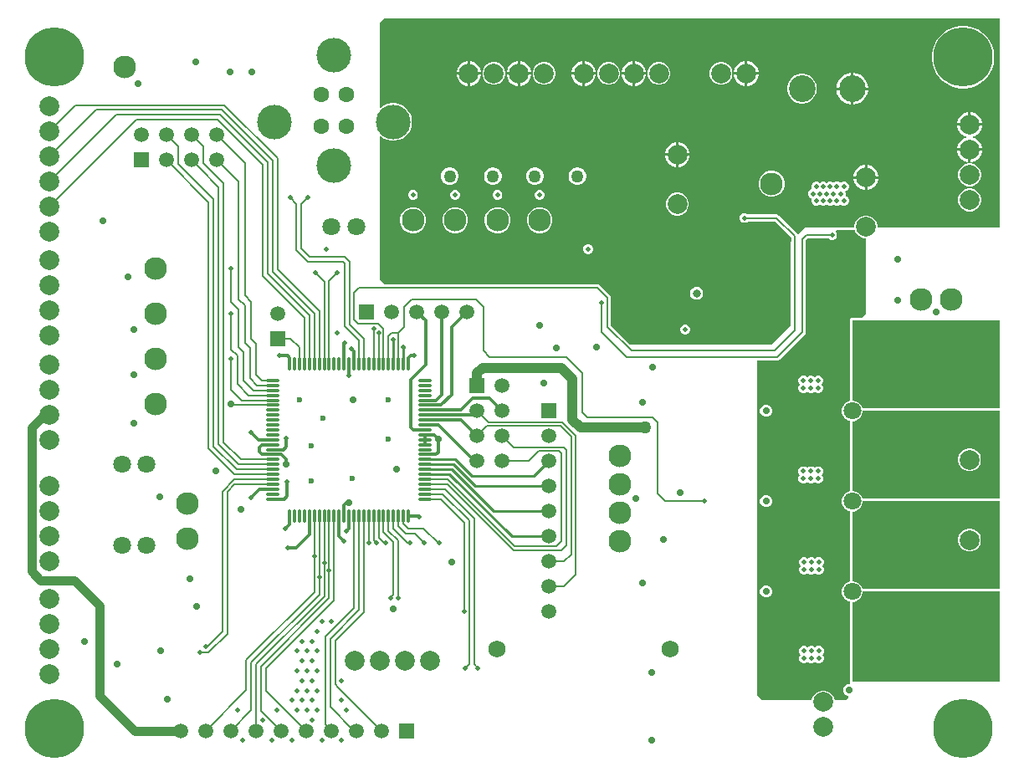
<source format=gtl>
G04*
G04 #@! TF.GenerationSoftware,Altium Limited,Altium Designer,22.8.2 (66)*
G04*
G04 Layer_Physical_Order=1*
G04 Layer_Color=255*
%FSLAX44Y44*%
%MOMM*%
G71*
G04*
G04 #@! TF.SameCoordinates,E80B4FDD-8870-46C6-9AB6-B278042541E5*
G04*
G04*
G04 #@! TF.FilePolarity,Positive*
G04*
G01*
G75*
%ADD10C,0.2000*%
%ADD12C,0.2500*%
%ADD15O,0.3000X1.4500*%
%ADD16O,1.4500X0.3000*%
%ADD36C,0.3810*%
%ADD37C,1.0000*%
%ADD38C,0.3000*%
%ADD39C,0.9000*%
%ADD40C,2.3000*%
%ADD41C,1.8000*%
%ADD42C,1.6000*%
%ADD43C,3.5000*%
%ADD44C,1.5000*%
%ADD45R,1.5000X1.5000*%
%ADD46C,6.0000*%
%ADD47C,2.0000*%
%ADD48R,1.5000X1.5000*%
%ADD49C,1.7500*%
%ADD50C,2.7000*%
%ADD51C,0.7000*%
%ADD52C,0.4900*%
%ADD53C,1.2700*%
%ADD54C,0.5000*%
%ADD55C,0.6000*%
%ADD56C,0.8000*%
G36*
X1456520Y938530D02*
X1332320D01*
Y940847D01*
X1331535Y943777D01*
X1330018Y946404D01*
X1327874Y948548D01*
X1325247Y950065D01*
X1322317Y950850D01*
X1319283D01*
X1316353Y950065D01*
X1313727Y948548D01*
X1311582Y946404D01*
X1310065Y943777D01*
X1309280Y940847D01*
Y938530D01*
X1258892D01*
X1252624Y932262D01*
X1251360Y932387D01*
X1251163Y932682D01*
X1232873Y950972D01*
X1231702Y951755D01*
X1230321Y952029D01*
X1201058D01*
X1200437Y952650D01*
X1198603Y953410D01*
X1196617D01*
X1194783Y952650D01*
X1193380Y951247D01*
X1192620Y949413D01*
Y947427D01*
X1193380Y945593D01*
X1194783Y944190D01*
X1196617Y943430D01*
X1198603D01*
X1200437Y944190D01*
X1201058Y944811D01*
X1228826D01*
X1245001Y928635D01*
Y924640D01*
X1244390Y924028D01*
Y839470D01*
X1225220Y820300D01*
X1082184D01*
X1062789Y839695D01*
Y867410D01*
X1062515Y868791D01*
X1061732Y869962D01*
X1051572Y880122D01*
X1050401Y880905D01*
X1049020Y881179D01*
X833321D01*
X828548Y885952D01*
Y1030714D01*
X829721Y1031200D01*
X830145Y1030776D01*
X833261Y1028695D01*
X836722Y1027261D01*
X840397Y1026530D01*
X844143D01*
X847818Y1027261D01*
X851279Y1028695D01*
X854395Y1030776D01*
X857044Y1033425D01*
X859125Y1036541D01*
X860559Y1040002D01*
X861290Y1043677D01*
Y1047423D01*
X860559Y1051098D01*
X859125Y1054559D01*
X857044Y1057674D01*
X854395Y1060324D01*
X851279Y1062405D01*
X847818Y1063839D01*
X844143Y1064570D01*
X840397D01*
X836722Y1063839D01*
X833261Y1062405D01*
X830145Y1060324D01*
X829721Y1059900D01*
X828548Y1060386D01*
Y1146048D01*
X833160Y1150660D01*
X1456520D01*
Y938530D01*
D02*
G37*
G36*
X1310065Y934883D02*
X1311582Y932256D01*
X1313727Y930112D01*
X1316353Y928595D01*
X1319283Y927810D01*
X1320800D01*
Y851799D01*
X1316141Y847141D01*
X1306830D01*
X1305839Y846943D01*
X1304999Y846382D01*
X1304437Y845542D01*
X1304240Y844551D01*
Y763631D01*
X1304301Y763324D01*
X1302769Y762914D01*
X1300370Y761529D01*
X1298412Y759570D01*
X1297027Y757171D01*
X1296310Y754496D01*
Y751726D01*
X1297027Y749050D01*
X1298412Y746651D01*
X1300370Y744693D01*
X1302769Y743308D01*
X1304301Y742897D01*
X1304240Y742591D01*
Y672190D01*
X1304301Y671883D01*
X1302769Y671473D01*
X1300370Y670088D01*
X1298412Y668129D01*
X1297027Y665731D01*
X1296310Y663055D01*
Y660285D01*
X1297027Y657609D01*
X1298412Y655211D01*
X1300370Y653252D01*
X1302769Y651867D01*
X1304301Y651457D01*
X1304240Y651150D01*
Y580750D01*
X1304301Y580443D01*
X1302769Y580033D01*
X1300370Y578648D01*
X1298412Y576689D01*
X1297027Y574291D01*
X1296310Y571615D01*
Y568845D01*
X1297027Y566169D01*
X1298412Y563771D01*
X1300370Y561812D01*
X1302769Y560427D01*
X1304301Y560017D01*
X1304240Y559710D01*
Y478790D01*
X1304437Y477799D01*
X1304558Y477619D01*
X1303879Y476349D01*
X1302379D01*
X1300159Y475429D01*
X1298459Y473730D01*
X1297540Y471510D01*
Y469107D01*
X1298459Y466887D01*
X1300159Y465188D01*
X1302379Y464269D01*
X1302745D01*
X1303231Y463095D01*
X1300122Y459987D01*
X1289140D01*
X1288355Y462917D01*
X1286838Y465544D01*
X1284693Y467688D01*
X1282067Y469205D01*
X1279137Y469990D01*
X1276103D01*
X1273173Y469205D01*
X1270546Y467688D01*
X1268402Y465544D01*
X1266885Y462917D01*
X1266100Y459987D01*
X1215853D01*
X1210310Y465530D01*
Y804111D01*
X1230843D01*
X1232224Y804385D01*
X1233395Y805168D01*
X1258582Y830355D01*
X1259365Y831526D01*
X1259639Y832907D01*
Y925488D01*
X1261822Y927670D01*
X1283062D01*
X1283683Y927049D01*
X1285517Y926289D01*
X1287503D01*
X1289337Y927049D01*
X1290740Y928453D01*
X1291500Y930287D01*
Y932272D01*
X1290740Y934106D01*
X1290176Y934670D01*
X1290702Y935940D01*
X1309280D01*
X1309756Y936035D01*
X1310065Y934883D01*
D02*
G37*
G36*
X1456520Y755701D02*
X1317350D01*
X1317043Y755640D01*
X1316633Y757171D01*
X1315248Y759570D01*
X1313289Y761529D01*
X1310891Y762914D01*
X1308215Y763631D01*
X1306830D01*
Y844551D01*
X1456520D01*
Y755701D01*
D02*
G37*
G36*
Y664260D02*
X1317350D01*
X1317043Y664199D01*
X1316633Y665731D01*
X1315248Y668129D01*
X1313289Y670088D01*
X1310891Y671473D01*
X1308215Y672190D01*
X1306830D01*
Y742591D01*
X1308215D01*
X1310891Y743308D01*
X1313289Y744693D01*
X1315248Y746651D01*
X1316633Y749050D01*
X1317350Y751726D01*
Y753111D01*
X1456520D01*
Y664260D01*
D02*
G37*
G36*
Y572820D02*
X1317350D01*
X1317043Y572759D01*
X1316633Y574291D01*
X1315248Y576689D01*
X1313289Y578648D01*
X1310891Y580033D01*
X1308215Y580750D01*
X1306830D01*
Y651150D01*
X1308215D01*
X1310891Y651867D01*
X1313289Y653252D01*
X1315248Y655211D01*
X1316633Y657609D01*
X1317350Y660285D01*
Y661670D01*
X1456520D01*
Y572820D01*
D02*
G37*
G36*
Y478790D02*
X1306830D01*
Y559710D01*
X1308215D01*
X1310891Y560427D01*
X1313289Y561812D01*
X1315248Y563771D01*
X1316633Y566169D01*
X1317350Y568845D01*
Y570230D01*
X1456520D01*
Y478790D01*
D02*
G37*
%LPC*%
G36*
X1201171Y1107280D02*
X1200790D01*
Y1096010D01*
X1212060D01*
Y1096391D01*
X1211205Y1099580D01*
X1209555Y1102440D01*
X1207220Y1104774D01*
X1204360Y1106425D01*
X1201171Y1107280D01*
D02*
G37*
G36*
X1198250D02*
X1197869D01*
X1194680Y1106425D01*
X1191820Y1104774D01*
X1189485Y1102440D01*
X1187835Y1099580D01*
X1186980Y1096391D01*
Y1096010D01*
X1198250D01*
Y1107280D01*
D02*
G37*
G36*
X1087501D02*
X1087120D01*
Y1096010D01*
X1098390D01*
Y1096391D01*
X1097535Y1099580D01*
X1095884Y1102440D01*
X1093550Y1104774D01*
X1090690Y1106425D01*
X1087501Y1107280D01*
D02*
G37*
G36*
X1084580D02*
X1084199D01*
X1081010Y1106425D01*
X1078150Y1104774D01*
X1075816Y1102440D01*
X1074165Y1099580D01*
X1073310Y1096391D01*
Y1096010D01*
X1084580D01*
Y1107280D01*
D02*
G37*
G36*
X1036701D02*
X1036320D01*
Y1096010D01*
X1047590D01*
Y1096391D01*
X1046735Y1099580D01*
X1045085Y1102440D01*
X1042750Y1104774D01*
X1039890Y1106425D01*
X1036701Y1107280D01*
D02*
G37*
G36*
X1033780D02*
X1033399D01*
X1030210Y1106425D01*
X1027350Y1104774D01*
X1025015Y1102440D01*
X1023365Y1099580D01*
X1022510Y1096391D01*
Y1096010D01*
X1033780D01*
Y1107280D01*
D02*
G37*
G36*
X971301D02*
X970920D01*
Y1096010D01*
X982190D01*
Y1096391D01*
X981335Y1099580D01*
X979685Y1102440D01*
X977350Y1104774D01*
X974490Y1106425D01*
X971301Y1107280D01*
D02*
G37*
G36*
X968380D02*
X967999D01*
X964810Y1106425D01*
X961950Y1104774D01*
X959615Y1102440D01*
X957965Y1099580D01*
X957110Y1096391D01*
Y1096010D01*
X968380D01*
Y1107280D01*
D02*
G37*
G36*
X920501D02*
X920120D01*
Y1096010D01*
X931390D01*
Y1096391D01*
X930535Y1099580D01*
X928885Y1102440D01*
X926550Y1104774D01*
X923690Y1106425D01*
X920501Y1107280D01*
D02*
G37*
G36*
X917580D02*
X917199D01*
X914010Y1106425D01*
X911150Y1104774D01*
X908816Y1102440D01*
X907165Y1099580D01*
X906310Y1096391D01*
Y1096010D01*
X917580D01*
Y1107280D01*
D02*
G37*
G36*
X1175637Y1106260D02*
X1172603D01*
X1169673Y1105475D01*
X1167047Y1103958D01*
X1164902Y1101814D01*
X1163385Y1099187D01*
X1162600Y1096257D01*
Y1093223D01*
X1163385Y1090293D01*
X1164902Y1087666D01*
X1167047Y1085522D01*
X1169673Y1084005D01*
X1172603Y1083220D01*
X1175637D01*
X1178567Y1084005D01*
X1181193Y1085522D01*
X1183338Y1087666D01*
X1184855Y1090293D01*
X1185640Y1093223D01*
Y1096257D01*
X1184855Y1099187D01*
X1183338Y1101814D01*
X1181193Y1103958D01*
X1178567Y1105475D01*
X1175637Y1106260D01*
D02*
G37*
G36*
X1112767D02*
X1109733D01*
X1106803Y1105475D01*
X1104176Y1103958D01*
X1102032Y1101814D01*
X1100515Y1099187D01*
X1099730Y1096257D01*
Y1093223D01*
X1100515Y1090293D01*
X1102032Y1087666D01*
X1104176Y1085522D01*
X1106803Y1084005D01*
X1109733Y1083220D01*
X1112767D01*
X1115697Y1084005D01*
X1118324Y1085522D01*
X1120468Y1087666D01*
X1121985Y1090293D01*
X1122770Y1093223D01*
Y1096257D01*
X1121985Y1099187D01*
X1120468Y1101814D01*
X1118324Y1103958D01*
X1115697Y1105475D01*
X1112767Y1106260D01*
D02*
G37*
G36*
X1061967D02*
X1058933D01*
X1056003Y1105475D01*
X1053376Y1103958D01*
X1051232Y1101814D01*
X1049715Y1099187D01*
X1048930Y1096257D01*
Y1093223D01*
X1049715Y1090293D01*
X1051232Y1087666D01*
X1053376Y1085522D01*
X1056003Y1084005D01*
X1058933Y1083220D01*
X1061967D01*
X1064897Y1084005D01*
X1067523Y1085522D01*
X1069668Y1087666D01*
X1071185Y1090293D01*
X1071970Y1093223D01*
Y1096257D01*
X1071185Y1099187D01*
X1069668Y1101814D01*
X1067523Y1103958D01*
X1064897Y1105475D01*
X1061967Y1106260D01*
D02*
G37*
G36*
X996567D02*
X993533D01*
X990603Y1105475D01*
X987977Y1103958D01*
X985832Y1101814D01*
X984315Y1099187D01*
X983530Y1096257D01*
Y1093223D01*
X984315Y1090293D01*
X985832Y1087666D01*
X987977Y1085522D01*
X990603Y1084005D01*
X993533Y1083220D01*
X996567D01*
X999497Y1084005D01*
X1002123Y1085522D01*
X1004268Y1087666D01*
X1005785Y1090293D01*
X1006570Y1093223D01*
Y1096257D01*
X1005785Y1099187D01*
X1004268Y1101814D01*
X1002123Y1103958D01*
X999497Y1105475D01*
X996567Y1106260D01*
D02*
G37*
G36*
X945767D02*
X942733D01*
X939803Y1105475D01*
X937177Y1103958D01*
X935032Y1101814D01*
X933515Y1099187D01*
X932730Y1096257D01*
Y1093223D01*
X933515Y1090293D01*
X935032Y1087666D01*
X937177Y1085522D01*
X939803Y1084005D01*
X942733Y1083220D01*
X945767D01*
X948697Y1084005D01*
X951323Y1085522D01*
X953468Y1087666D01*
X954985Y1090293D01*
X955770Y1093223D01*
Y1096257D01*
X954985Y1099187D01*
X953468Y1101814D01*
X951323Y1103958D01*
X948697Y1105475D01*
X945767Y1106260D01*
D02*
G37*
G36*
X1212060Y1093470D02*
X1200790D01*
Y1082200D01*
X1201171D01*
X1204360Y1083055D01*
X1207220Y1084706D01*
X1209555Y1087040D01*
X1211205Y1089900D01*
X1212060Y1093089D01*
Y1093470D01*
D02*
G37*
G36*
X1198250D02*
X1186980D01*
Y1093089D01*
X1187835Y1089900D01*
X1189485Y1087040D01*
X1191820Y1084706D01*
X1194680Y1083055D01*
X1197869Y1082200D01*
X1198250D01*
Y1093470D01*
D02*
G37*
G36*
X1098390D02*
X1087120D01*
Y1082200D01*
X1087501D01*
X1090690Y1083055D01*
X1093550Y1084706D01*
X1095884Y1087040D01*
X1097535Y1089900D01*
X1098390Y1093089D01*
Y1093470D01*
D02*
G37*
G36*
X1084580D02*
X1073310D01*
Y1093089D01*
X1074165Y1089900D01*
X1075816Y1087040D01*
X1078150Y1084706D01*
X1081010Y1083055D01*
X1084199Y1082200D01*
X1084580D01*
Y1093470D01*
D02*
G37*
G36*
X1047590D02*
X1036320D01*
Y1082200D01*
X1036701D01*
X1039890Y1083055D01*
X1042750Y1084706D01*
X1045085Y1087040D01*
X1046735Y1089900D01*
X1047590Y1093089D01*
Y1093470D01*
D02*
G37*
G36*
X1033780D02*
X1022510D01*
Y1093089D01*
X1023365Y1089900D01*
X1025015Y1087040D01*
X1027350Y1084706D01*
X1030210Y1083055D01*
X1033399Y1082200D01*
X1033780D01*
Y1093470D01*
D02*
G37*
G36*
X982190D02*
X970920D01*
Y1082200D01*
X971301D01*
X974490Y1083055D01*
X977350Y1084706D01*
X979685Y1087040D01*
X981335Y1089900D01*
X982190Y1093089D01*
Y1093470D01*
D02*
G37*
G36*
X968380D02*
X957110D01*
Y1093089D01*
X957965Y1089900D01*
X959615Y1087040D01*
X961950Y1084706D01*
X964810Y1083055D01*
X967999Y1082200D01*
X968380D01*
Y1093470D01*
D02*
G37*
G36*
X931390D02*
X920120D01*
Y1082200D01*
X920501D01*
X923690Y1083055D01*
X926550Y1084706D01*
X928885Y1087040D01*
X930535Y1089900D01*
X931390Y1093089D01*
Y1093470D01*
D02*
G37*
G36*
X917580D02*
X906310D01*
Y1093089D01*
X907165Y1089900D01*
X908816Y1087040D01*
X911150Y1084706D01*
X914010Y1083055D01*
X917199Y1082200D01*
X917580D01*
Y1093470D01*
D02*
G37*
G36*
X1308410Y1095280D02*
X1308100D01*
Y1080510D01*
X1322870D01*
Y1080820D01*
X1322254Y1083919D01*
X1321044Y1086838D01*
X1319289Y1089465D01*
X1317055Y1091699D01*
X1314428Y1093455D01*
X1311509Y1094664D01*
X1308410Y1095280D01*
D02*
G37*
G36*
X1305560D02*
X1305250D01*
X1302151Y1094664D01*
X1299232Y1093455D01*
X1296605Y1091699D01*
X1294371Y1089465D01*
X1292616Y1086838D01*
X1291406Y1083919D01*
X1290790Y1080820D01*
Y1080510D01*
X1305560D01*
Y1095280D01*
D02*
G37*
G36*
X1421591Y1142770D02*
X1416629D01*
X1411729Y1141994D01*
X1407010Y1140461D01*
X1402590Y1138208D01*
X1398576Y1135292D01*
X1395068Y1131784D01*
X1392152Y1127770D01*
X1389899Y1123350D01*
X1388366Y1118631D01*
X1387590Y1113731D01*
Y1108769D01*
X1388366Y1103869D01*
X1389899Y1099150D01*
X1392152Y1094730D01*
X1395068Y1090716D01*
X1398576Y1087208D01*
X1402590Y1084292D01*
X1407010Y1082039D01*
X1411729Y1080506D01*
X1416629Y1079730D01*
X1421591D01*
X1426491Y1080506D01*
X1431210Y1082039D01*
X1435630Y1084292D01*
X1439644Y1087208D01*
X1443152Y1090716D01*
X1446068Y1094730D01*
X1448321Y1099150D01*
X1449854Y1103869D01*
X1450630Y1108769D01*
Y1113731D01*
X1449854Y1118631D01*
X1448321Y1123350D01*
X1446068Y1127770D01*
X1443152Y1131784D01*
X1439644Y1135292D01*
X1435630Y1138208D01*
X1431210Y1140461D01*
X1426491Y1141994D01*
X1421591Y1142770D01*
D02*
G37*
G36*
X1257509Y1094260D02*
X1254551D01*
X1251649Y1093683D01*
X1248915Y1092551D01*
X1246455Y1090907D01*
X1244363Y1088815D01*
X1242719Y1086355D01*
X1241587Y1083621D01*
X1241010Y1080719D01*
Y1077761D01*
X1241587Y1074859D01*
X1242719Y1072125D01*
X1244363Y1069665D01*
X1246455Y1067573D01*
X1248915Y1065929D01*
X1251649Y1064797D01*
X1254551Y1064220D01*
X1257509D01*
X1260411Y1064797D01*
X1263145Y1065929D01*
X1265605Y1067573D01*
X1267697Y1069665D01*
X1269341Y1072125D01*
X1270473Y1074859D01*
X1271050Y1077761D01*
Y1080719D01*
X1270473Y1083621D01*
X1269341Y1086355D01*
X1267697Y1088815D01*
X1265605Y1090907D01*
X1263145Y1092551D01*
X1260411Y1093683D01*
X1257509Y1094260D01*
D02*
G37*
G36*
X1322870Y1077970D02*
X1308100D01*
Y1063200D01*
X1308410D01*
X1311509Y1063816D01*
X1314428Y1065025D01*
X1317055Y1066781D01*
X1319289Y1069015D01*
X1321044Y1071642D01*
X1322254Y1074561D01*
X1322870Y1077660D01*
Y1077970D01*
D02*
G37*
G36*
X1305560D02*
X1290790D01*
Y1077660D01*
X1291406Y1074561D01*
X1292616Y1071642D01*
X1294371Y1069015D01*
X1296605Y1066781D01*
X1299232Y1065025D01*
X1302151Y1063816D01*
X1305250Y1063200D01*
X1305560D01*
Y1077970D01*
D02*
G37*
G36*
X1427353Y1055464D02*
X1426972D01*
Y1044194D01*
X1438242D01*
Y1044575D01*
X1437387Y1047764D01*
X1435737Y1050624D01*
X1433402Y1052959D01*
X1430542Y1054609D01*
X1427353Y1055464D01*
D02*
G37*
G36*
X1424432D02*
X1424051D01*
X1420862Y1054609D01*
X1418002Y1052959D01*
X1415668Y1050624D01*
X1414017Y1047764D01*
X1413162Y1044575D01*
Y1044194D01*
X1424432D01*
Y1055464D01*
D02*
G37*
G36*
X1438242Y1041654D02*
X1425702D01*
X1413162D01*
Y1041273D01*
X1414017Y1038084D01*
X1415668Y1035224D01*
X1418002Y1032889D01*
X1420862Y1031239D01*
X1422195Y1030881D01*
Y1029567D01*
X1420862Y1029209D01*
X1418002Y1027559D01*
X1415668Y1025224D01*
X1414017Y1022364D01*
X1413162Y1019175D01*
Y1018794D01*
X1425702D01*
X1438242D01*
Y1019175D01*
X1437387Y1022364D01*
X1435737Y1025224D01*
X1433402Y1027559D01*
X1430542Y1029209D01*
X1429209Y1029567D01*
Y1030881D01*
X1430542Y1031239D01*
X1433402Y1032889D01*
X1435737Y1035224D01*
X1437387Y1038084D01*
X1438242Y1041273D01*
Y1041654D01*
D02*
G37*
G36*
X1131570Y1025060D02*
X1131189D01*
Y1013790D01*
X1142459D01*
Y1014171D01*
X1141605Y1017360D01*
X1139954Y1020220D01*
X1137619Y1022554D01*
X1134759Y1024205D01*
X1131570Y1025060D01*
D02*
G37*
G36*
X1128649D02*
X1128268D01*
X1125079Y1024205D01*
X1122219Y1022554D01*
X1119885Y1020220D01*
X1118234Y1017360D01*
X1117379Y1014171D01*
Y1013790D01*
X1128649D01*
Y1025060D01*
D02*
G37*
G36*
X1438242Y1016254D02*
X1426972D01*
Y1004984D01*
X1427353D01*
X1430542Y1005839D01*
X1433402Y1007489D01*
X1435737Y1009824D01*
X1437387Y1012684D01*
X1438242Y1015873D01*
Y1016254D01*
D02*
G37*
G36*
X1424432D02*
X1413162D01*
Y1015873D01*
X1414017Y1012684D01*
X1415668Y1009824D01*
X1418002Y1007489D01*
X1420862Y1005839D01*
X1424051Y1004984D01*
X1424432D01*
Y1016254D01*
D02*
G37*
G36*
X1142459Y1011250D02*
X1131189D01*
Y999980D01*
X1131570D01*
X1134759Y1000835D01*
X1137619Y1002486D01*
X1139954Y1004820D01*
X1141605Y1007680D01*
X1142459Y1010869D01*
Y1011250D01*
D02*
G37*
G36*
X1128649D02*
X1117379D01*
Y1010869D01*
X1118234Y1007680D01*
X1119885Y1004820D01*
X1122219Y1002486D01*
X1125079Y1000835D01*
X1128268Y999980D01*
X1128649D01*
Y1011250D01*
D02*
G37*
G36*
X1322451Y1001870D02*
X1322070D01*
Y990600D01*
X1333340D01*
Y990981D01*
X1332485Y994170D01*
X1330835Y997030D01*
X1328500Y999364D01*
X1325640Y1001015D01*
X1322451Y1001870D01*
D02*
G37*
G36*
X1319530D02*
X1319149D01*
X1315960Y1001015D01*
X1313100Y999364D01*
X1310766Y997030D01*
X1309115Y994170D01*
X1308260Y990981D01*
Y990600D01*
X1319530D01*
Y1001870D01*
D02*
G37*
G36*
X1299505Y985042D02*
X1297500D01*
X1295647Y984274D01*
X1295002Y983629D01*
X1294357Y984274D01*
X1292505Y985042D01*
X1290500D01*
X1288647Y984274D01*
X1288002Y983629D01*
X1287357Y984274D01*
X1285505Y985042D01*
X1283500D01*
X1281647Y984274D01*
X1281002Y983629D01*
X1280357Y984274D01*
X1278505Y985042D01*
X1276500D01*
X1274647Y984274D01*
X1274002Y983629D01*
X1273357Y984274D01*
X1271505Y985042D01*
X1269500D01*
X1267647Y984274D01*
X1266229Y982857D01*
X1265462Y981004D01*
Y978999D01*
X1265879Y977992D01*
X1264147Y977274D01*
X1262729Y975856D01*
X1261962Y974004D01*
Y971999D01*
X1262729Y970147D01*
X1264147Y968729D01*
X1265879Y968011D01*
X1265462Y967004D01*
Y964999D01*
X1266229Y963147D01*
X1267647Y961729D01*
X1269500Y960962D01*
X1271505D01*
X1273357Y961729D01*
X1274002Y962374D01*
X1274647Y961729D01*
X1276500Y960962D01*
X1278505D01*
X1280357Y961729D01*
X1281002Y962374D01*
X1281647Y961729D01*
X1283500Y960962D01*
X1285505D01*
X1287357Y961729D01*
X1288002Y962374D01*
X1288647Y961729D01*
X1290500Y960962D01*
X1292505D01*
X1294357Y961729D01*
X1295002Y962374D01*
X1295647Y961729D01*
X1297500Y960962D01*
X1299505D01*
X1301357Y961729D01*
X1302775Y963147D01*
X1303542Y964999D01*
Y967004D01*
X1302775Y968857D01*
X1301357Y970274D01*
X1299625Y970992D01*
X1300042Y971999D01*
Y974004D01*
X1299625Y975011D01*
X1301357Y975729D01*
X1302775Y977147D01*
X1303542Y978999D01*
Y981004D01*
X1302775Y982857D01*
X1301357Y984274D01*
X1299505Y985042D01*
D02*
G37*
G36*
X1029871Y999720D02*
X1027530D01*
X1025269Y999114D01*
X1023242Y997944D01*
X1021586Y996289D01*
X1020416Y994261D01*
X1019810Y992000D01*
Y989660D01*
X1020416Y987399D01*
X1021586Y985371D01*
X1023242Y983716D01*
X1025269Y982546D01*
X1027530Y981940D01*
X1029871D01*
X1032132Y982546D01*
X1034159Y983716D01*
X1035814Y985371D01*
X1036984Y987399D01*
X1037590Y989660D01*
Y992000D01*
X1036984Y994261D01*
X1035814Y996289D01*
X1034159Y997944D01*
X1032132Y999114D01*
X1029871Y999720D01*
D02*
G37*
G36*
X986962D02*
X984621D01*
X982360Y999114D01*
X980333Y997944D01*
X978678Y996289D01*
X977507Y994261D01*
X976901Y992000D01*
Y989660D01*
X977507Y987399D01*
X978678Y985371D01*
X980333Y983716D01*
X982360Y982546D01*
X984621Y981940D01*
X986962D01*
X989223Y982546D01*
X991250Y983716D01*
X992905Y985371D01*
X994076Y987399D01*
X994681Y989660D01*
Y992000D01*
X994076Y994261D01*
X992905Y996289D01*
X991250Y997944D01*
X989223Y999114D01*
X986962Y999720D01*
D02*
G37*
G36*
X944341D02*
X942000D01*
X939739Y999114D01*
X937711Y997944D01*
X936056Y996289D01*
X934886Y994261D01*
X934280Y992000D01*
Y989660D01*
X934886Y987399D01*
X936056Y985371D01*
X937711Y983716D01*
X939739Y982546D01*
X942000Y981940D01*
X944341D01*
X946601Y982546D01*
X948629Y983716D01*
X950284Y985371D01*
X951454Y987399D01*
X952060Y989660D01*
Y992000D01*
X951454Y994261D01*
X950284Y996289D01*
X948629Y997944D01*
X946601Y999114D01*
X944341Y999720D01*
D02*
G37*
G36*
X900698D02*
X898358D01*
X896097Y999114D01*
X894070Y997944D01*
X892414Y996289D01*
X891244Y994261D01*
X890638Y992000D01*
Y989660D01*
X891244Y987399D01*
X892414Y985371D01*
X894070Y983716D01*
X896097Y982546D01*
X898358Y981940D01*
X900698D01*
X902960Y982546D01*
X904987Y983716D01*
X906642Y985371D01*
X907812Y987399D01*
X908418Y989660D01*
Y992000D01*
X907812Y994261D01*
X906642Y996289D01*
X904987Y997944D01*
X902960Y999114D01*
X900698Y999720D01*
D02*
G37*
G36*
X1427219Y1003644D02*
X1424185D01*
X1421255Y1002859D01*
X1418629Y1001342D01*
X1416484Y999197D01*
X1414967Y996571D01*
X1414182Y993641D01*
Y990607D01*
X1414967Y987677D01*
X1416484Y985051D01*
X1418629Y982906D01*
X1421255Y981389D01*
X1424185Y980604D01*
X1427219D01*
X1430149Y981389D01*
X1432776Y982906D01*
X1434920Y985051D01*
X1436437Y987677D01*
X1437222Y990607D01*
Y993641D01*
X1436437Y996571D01*
X1434920Y999197D01*
X1432776Y1001342D01*
X1430149Y1002859D01*
X1427219Y1003644D01*
D02*
G37*
G36*
X1333340Y988060D02*
X1322070D01*
Y976790D01*
X1322451D01*
X1325640Y977645D01*
X1328500Y979296D01*
X1330835Y981630D01*
X1332485Y984490D01*
X1333340Y987679D01*
Y988060D01*
D02*
G37*
G36*
X1319530D02*
X1308260D01*
Y987679D01*
X1309115Y984490D01*
X1310766Y981630D01*
X1313100Y979296D01*
X1315960Y977645D01*
X1319149Y976790D01*
X1319530D01*
Y988060D01*
D02*
G37*
G36*
X1227074Y996010D02*
X1223646D01*
X1220334Y995123D01*
X1217365Y993409D01*
X1214941Y990984D01*
X1213227Y988016D01*
X1212340Y984704D01*
Y981276D01*
X1213227Y977964D01*
X1214941Y974995D01*
X1217365Y972571D01*
X1220334Y970857D01*
X1223646Y969970D01*
X1227074D01*
X1230386Y970857D01*
X1233354Y972571D01*
X1235779Y974995D01*
X1237493Y977964D01*
X1238380Y981276D01*
Y984704D01*
X1237493Y988016D01*
X1235779Y990984D01*
X1233354Y993409D01*
X1230386Y995123D01*
X1227074Y996010D01*
D02*
G37*
G36*
X991593Y976820D02*
X989607D01*
X987773Y976060D01*
X986370Y974657D01*
X985610Y972823D01*
Y970837D01*
X986370Y969004D01*
X987773Y967600D01*
X989607Y966840D01*
X991593D01*
X993427Y967600D01*
X994830Y969004D01*
X995590Y970837D01*
Y972823D01*
X994830Y974657D01*
X993427Y976060D01*
X991593Y976820D01*
D02*
G37*
G36*
X948836D02*
X946851D01*
X945017Y976060D01*
X943613Y974657D01*
X942853Y972823D01*
Y970837D01*
X943613Y969004D01*
X945017Y967600D01*
X946851Y966840D01*
X948836D01*
X950670Y967600D01*
X952074Y969004D01*
X952833Y970837D01*
Y972823D01*
X952074Y974657D01*
X950670Y976060D01*
X948836Y976820D01*
D02*
G37*
G36*
X906079D02*
X904094D01*
X902260Y976060D01*
X900856Y974657D01*
X900097Y972823D01*
Y970837D01*
X900856Y969004D01*
X902260Y967600D01*
X904094Y966840D01*
X906079D01*
X907913Y967600D01*
X909317Y969004D01*
X910077Y970837D01*
Y972823D01*
X909317Y974657D01*
X907913Y976060D01*
X906079Y976820D01*
D02*
G37*
G36*
X863323D02*
X861338D01*
X859503Y976060D01*
X858100Y974657D01*
X857340Y972823D01*
Y970837D01*
X858100Y969004D01*
X859503Y967600D01*
X861338Y966840D01*
X863323D01*
X865157Y967600D01*
X866560Y969004D01*
X867320Y970837D01*
Y972823D01*
X866560Y974657D01*
X865157Y976060D01*
X863323Y976820D01*
D02*
G37*
G36*
X1427219Y978244D02*
X1424185D01*
X1421255Y977459D01*
X1418629Y975942D01*
X1416484Y973798D01*
X1414967Y971171D01*
X1414182Y968241D01*
Y965207D01*
X1414967Y962277D01*
X1416484Y959650D01*
X1418629Y957506D01*
X1421255Y955989D01*
X1424185Y955204D01*
X1427219D01*
X1430149Y955989D01*
X1432776Y957506D01*
X1434920Y959650D01*
X1436437Y962277D01*
X1437222Y965207D01*
Y968241D01*
X1436437Y971171D01*
X1434920Y973798D01*
X1432776Y975942D01*
X1430149Y977459D01*
X1427219Y978244D01*
D02*
G37*
G36*
X1131436Y974040D02*
X1128402D01*
X1125472Y973255D01*
X1122846Y971738D01*
X1120701Y969594D01*
X1119184Y966967D01*
X1118399Y964037D01*
Y961003D01*
X1119184Y958073D01*
X1120701Y955446D01*
X1122846Y953302D01*
X1125472Y951785D01*
X1128402Y951000D01*
X1131436D01*
X1134366Y951785D01*
X1136993Y953302D01*
X1139137Y955446D01*
X1140654Y958073D01*
X1141439Y961003D01*
Y964037D01*
X1140654Y966967D01*
X1139137Y969594D01*
X1136993Y971738D01*
X1134366Y973255D01*
X1131436Y974040D01*
D02*
G37*
G36*
X992314Y959170D02*
X988886D01*
X985574Y958283D01*
X982606Y956569D01*
X980181Y954145D01*
X978467Y951176D01*
X977580Y947864D01*
Y944436D01*
X978467Y941124D01*
X980181Y938156D01*
X982606Y935731D01*
X985574Y934017D01*
X988886Y933130D01*
X992314D01*
X995626Y934017D01*
X998595Y935731D01*
X1001019Y938156D01*
X1002733Y941124D01*
X1003620Y944436D01*
Y947864D01*
X1002733Y951176D01*
X1001019Y954145D01*
X998595Y956569D01*
X995626Y958283D01*
X992314Y959170D01*
D02*
G37*
G36*
X949557D02*
X946129D01*
X942818Y958283D01*
X939849Y956569D01*
X937425Y954145D01*
X935711Y951176D01*
X934823Y947864D01*
Y944436D01*
X935711Y941124D01*
X937425Y938156D01*
X939849Y935731D01*
X942818Y934017D01*
X946129Y933130D01*
X949557D01*
X952869Y934017D01*
X955838Y935731D01*
X958262Y938156D01*
X959976Y941124D01*
X960863Y944436D01*
Y947864D01*
X959976Y951176D01*
X958262Y954145D01*
X955838Y956569D01*
X952869Y958283D01*
X949557Y959170D01*
D02*
G37*
G36*
X906801D02*
X903373D01*
X900061Y958283D01*
X897092Y956569D01*
X894668Y954145D01*
X892954Y951176D01*
X892067Y947864D01*
Y944436D01*
X892954Y941124D01*
X894668Y938156D01*
X897092Y935731D01*
X900061Y934017D01*
X903373Y933130D01*
X906801D01*
X910112Y934017D01*
X913081Y935731D01*
X915505Y938156D01*
X917219Y941124D01*
X918107Y944436D01*
Y947864D01*
X917219Y951176D01*
X915505Y954145D01*
X913081Y956569D01*
X910112Y958283D01*
X906801Y959170D01*
D02*
G37*
G36*
X864044D02*
X860616D01*
X857305Y958283D01*
X854336Y956569D01*
X851911Y954145D01*
X850197Y951176D01*
X849310Y947864D01*
Y944436D01*
X850197Y941124D01*
X851911Y938156D01*
X854336Y935731D01*
X857305Y934017D01*
X860616Y933130D01*
X864044D01*
X867356Y934017D01*
X870325Y935731D01*
X872749Y938156D01*
X874463Y941124D01*
X875350Y944436D01*
Y947864D01*
X874463Y951176D01*
X872749Y954145D01*
X870325Y956569D01*
X867356Y958283D01*
X864044Y959170D01*
D02*
G37*
G36*
X1040591Y921969D02*
X1038606D01*
X1036772Y921209D01*
X1035368Y919805D01*
X1034609Y917971D01*
Y915986D01*
X1035368Y914152D01*
X1036772Y912748D01*
X1038606Y911989D01*
X1040591D01*
X1042425Y912748D01*
X1043829Y914152D01*
X1044589Y915986D01*
Y917971D01*
X1043829Y919805D01*
X1042425Y921209D01*
X1040591Y921969D01*
D02*
G37*
G36*
X1150211Y878687D02*
X1148489D01*
X1146826Y878241D01*
X1145334Y877380D01*
X1144117Y876162D01*
X1143256Y874671D01*
X1142810Y873008D01*
Y871286D01*
X1143256Y869622D01*
X1144117Y868131D01*
X1145334Y866914D01*
X1146826Y866052D01*
X1148489Y865607D01*
X1150211D01*
X1151874Y866052D01*
X1153366Y866914D01*
X1154583Y868131D01*
X1155444Y869622D01*
X1155890Y871286D01*
Y873008D01*
X1155444Y874671D01*
X1154583Y876162D01*
X1153366Y877380D01*
X1151874Y878241D01*
X1150211Y878687D01*
D02*
G37*
G36*
X1138773Y840500D02*
X1136787D01*
X1134954Y839740D01*
X1133550Y838337D01*
X1132790Y836503D01*
Y834517D01*
X1133550Y832683D01*
X1134954Y831280D01*
X1136787Y830520D01*
X1138773D01*
X1140607Y831280D01*
X1142010Y832683D01*
X1142770Y834517D01*
Y836503D01*
X1142010Y838337D01*
X1140607Y839740D01*
X1138773Y840500D01*
D02*
G37*
G36*
X1273504Y788791D02*
X1271499D01*
X1269647Y788024D01*
X1268752Y787129D01*
X1267857Y788024D01*
X1266004Y788791D01*
X1263999D01*
X1262147Y788024D01*
X1261252Y787129D01*
X1260357Y788024D01*
X1258504Y788791D01*
X1256499D01*
X1254647Y788024D01*
X1253229Y786606D01*
X1252462Y784754D01*
Y782749D01*
X1253229Y780896D01*
X1254124Y780001D01*
X1253229Y779106D01*
X1252462Y777254D01*
Y775249D01*
X1253229Y773396D01*
X1254647Y771978D01*
X1256499Y771211D01*
X1258504D01*
X1260357Y771978D01*
X1261252Y772874D01*
X1262147Y771978D01*
X1263999Y771211D01*
X1266004D01*
X1267857Y771978D01*
X1268752Y772874D01*
X1269647Y771978D01*
X1271499Y771211D01*
X1273504D01*
X1275357Y771978D01*
X1276774Y773396D01*
X1277542Y775249D01*
Y777254D01*
X1276774Y779106D01*
X1275879Y780001D01*
X1276774Y780896D01*
X1277542Y782749D01*
Y784754D01*
X1276774Y786606D01*
X1275357Y788024D01*
X1273504Y788791D01*
D02*
G37*
G36*
X1220810Y759151D02*
X1218407D01*
X1216187Y758231D01*
X1214488Y756532D01*
X1213569Y754312D01*
Y751909D01*
X1214488Y749689D01*
X1216187Y747990D01*
X1218407Y747071D01*
X1220810D01*
X1223030Y747990D01*
X1224729Y749689D01*
X1225649Y751909D01*
Y754312D01*
X1224729Y756532D01*
X1223030Y758231D01*
X1220810Y759151D01*
D02*
G37*
G36*
X1273504Y697041D02*
X1271499D01*
X1269647Y696274D01*
X1268752Y695379D01*
X1267857Y696274D01*
X1266004Y697041D01*
X1263999D01*
X1262147Y696274D01*
X1261252Y695379D01*
X1260357Y696274D01*
X1258504Y697041D01*
X1256499D01*
X1254647Y696274D01*
X1253229Y694856D01*
X1252462Y693003D01*
Y690998D01*
X1253229Y689146D01*
X1254124Y688251D01*
X1253229Y687356D01*
X1252462Y685503D01*
Y683498D01*
X1253229Y681646D01*
X1254647Y680228D01*
X1256499Y679461D01*
X1258504D01*
X1260357Y680228D01*
X1261252Y681123D01*
X1262147Y680228D01*
X1263999Y679461D01*
X1266004D01*
X1267857Y680228D01*
X1268752Y681123D01*
X1269647Y680228D01*
X1271499Y679461D01*
X1273504D01*
X1275357Y680228D01*
X1276774Y681646D01*
X1277542Y683498D01*
Y685503D01*
X1276774Y687356D01*
X1275879Y688251D01*
X1276774Y689146D01*
X1277542Y690998D01*
Y693003D01*
X1276774Y694856D01*
X1275357Y696274D01*
X1273504Y697041D01*
D02*
G37*
G36*
X1220810Y667710D02*
X1218407D01*
X1216187Y666790D01*
X1214488Y665091D01*
X1213569Y662871D01*
Y660469D01*
X1214488Y658249D01*
X1216187Y656550D01*
X1218407Y655630D01*
X1220810D01*
X1223030Y656550D01*
X1224729Y658249D01*
X1225649Y660469D01*
Y662871D01*
X1224729Y665091D01*
X1223030Y666790D01*
X1220810Y667710D01*
D02*
G37*
G36*
X1274004Y605041D02*
X1271999D01*
X1270147Y604273D01*
X1269252Y603378D01*
X1268357Y604273D01*
X1266504Y605041D01*
X1264499D01*
X1262647Y604273D01*
X1261752Y603378D01*
X1260857Y604273D01*
X1259004Y605041D01*
X1256999D01*
X1255147Y604273D01*
X1253729Y602856D01*
X1252962Y601003D01*
Y598998D01*
X1253729Y597146D01*
X1254624Y596251D01*
X1253729Y595356D01*
X1252962Y593503D01*
Y591498D01*
X1253729Y589646D01*
X1255147Y588228D01*
X1256999Y587461D01*
X1259004D01*
X1260857Y588228D01*
X1261752Y589123D01*
X1262647Y588228D01*
X1264499Y587461D01*
X1266504D01*
X1268357Y588228D01*
X1269252Y589123D01*
X1270147Y588228D01*
X1271999Y587461D01*
X1274004D01*
X1275857Y588228D01*
X1277274Y589646D01*
X1278042Y591498D01*
Y593503D01*
X1277274Y595356D01*
X1276379Y596251D01*
X1277274Y597146D01*
X1278042Y598998D01*
Y601003D01*
X1277274Y602856D01*
X1275857Y604273D01*
X1274004Y605041D01*
D02*
G37*
G36*
X1220810Y576270D02*
X1218407D01*
X1216187Y575350D01*
X1214488Y573651D01*
X1213569Y571431D01*
Y569029D01*
X1214488Y566809D01*
X1216187Y565109D01*
X1218407Y564190D01*
X1220810D01*
X1223030Y565109D01*
X1224729Y566809D01*
X1225649Y569029D01*
Y571431D01*
X1224729Y573651D01*
X1223030Y575350D01*
X1220810Y576270D01*
D02*
G37*
G36*
X1274004Y515041D02*
X1271999D01*
X1270147Y514273D01*
X1269252Y513378D01*
X1268357Y514273D01*
X1266504Y515041D01*
X1264499D01*
X1262647Y514273D01*
X1261752Y513378D01*
X1260857Y514273D01*
X1259004Y515041D01*
X1256999D01*
X1255147Y514273D01*
X1253729Y512856D01*
X1252962Y511003D01*
Y508998D01*
X1253729Y507146D01*
X1254624Y506251D01*
X1253729Y505356D01*
X1252962Y503503D01*
Y501498D01*
X1253729Y499646D01*
X1255147Y498228D01*
X1256999Y497461D01*
X1259004D01*
X1260857Y498228D01*
X1261752Y499123D01*
X1262647Y498228D01*
X1264499Y497461D01*
X1266504D01*
X1268357Y498228D01*
X1269252Y499123D01*
X1270147Y498228D01*
X1271999Y497461D01*
X1274004D01*
X1275857Y498228D01*
X1277274Y499646D01*
X1278042Y501498D01*
Y503503D01*
X1277274Y505356D01*
X1276379Y506251D01*
X1277274Y507146D01*
X1278042Y508998D01*
Y511003D01*
X1277274Y512856D01*
X1275857Y514273D01*
X1274004Y515041D01*
D02*
G37*
G36*
X1427097Y715190D02*
X1424063D01*
X1421133Y714405D01*
X1418506Y712888D01*
X1416362Y710743D01*
X1414845Y708117D01*
X1414060Y705187D01*
Y702153D01*
X1414845Y699223D01*
X1416362Y696597D01*
X1418506Y694452D01*
X1421133Y692935D01*
X1424063Y692150D01*
X1427097D01*
X1430027Y692935D01*
X1432654Y694452D01*
X1434798Y696597D01*
X1436315Y699223D01*
X1437100Y702153D01*
Y705187D01*
X1436315Y708117D01*
X1434798Y710743D01*
X1432654Y712888D01*
X1430027Y714405D01*
X1427097Y715190D01*
D02*
G37*
G36*
Y633910D02*
X1424063D01*
X1421133Y633125D01*
X1418506Y631608D01*
X1416362Y629464D01*
X1414845Y626837D01*
X1414060Y623907D01*
Y620873D01*
X1414845Y617943D01*
X1416362Y615317D01*
X1418506Y613172D01*
X1421133Y611655D01*
X1424063Y610870D01*
X1427097D01*
X1430027Y611655D01*
X1432654Y613172D01*
X1434798Y615317D01*
X1436315Y617943D01*
X1437100Y620873D01*
Y623907D01*
X1436315Y626837D01*
X1434798Y629464D01*
X1432654Y631608D01*
X1430027Y633125D01*
X1427097Y633910D01*
D02*
G37*
%LPD*%
D10*
X827560Y801150D02*
Y831850D01*
X822560Y801150D02*
Y835990D01*
X762560Y605924D02*
Y646650D01*
Y569520D02*
Y605924D01*
X693740Y500700D02*
X762560Y569520D01*
X652780Y429260D02*
X693740Y470220D01*
Y500700D01*
X772560Y598924D02*
Y646650D01*
Y565378D02*
Y598924D01*
X703740Y496558D02*
X772560Y565378D01*
X703740Y429420D02*
Y496558D01*
X703580Y429260D02*
X703740Y429420D01*
X777560Y591924D02*
Y646650D01*
Y563307D02*
Y591924D01*
X708740Y494487D02*
X777560Y563307D01*
X708740Y449500D02*
Y494487D01*
Y449500D02*
X728980Y429260D01*
X767560Y584924D02*
Y646650D01*
Y567449D02*
Y584924D01*
X698740Y498629D02*
X767560Y567449D01*
X678180Y429260D02*
X698740Y449820D01*
Y498629D01*
X940010Y807720D02*
X1017689D01*
X1033780Y751840D02*
Y791629D01*
X1017689Y807720D02*
X1033780Y791629D01*
X933450Y814280D02*
X940010Y807720D01*
X933450Y814280D02*
Y858520D01*
X671153Y1062750D02*
X725170Y1008733D01*
X669082Y1057750D02*
X720170Y1006662D01*
X847560Y831850D02*
X853548Y837838D01*
Y858628D02*
X861060Y866140D01*
X853548Y837838D02*
Y858628D01*
X806418Y841788D02*
X827205D01*
X802894Y845312D02*
X806418Y841788D01*
X802894Y845312D02*
Y872998D01*
X807466Y877570D01*
X744300Y915590D02*
X755800Y904090D01*
X791360D02*
X793473Y901977D01*
X755800Y904090D02*
X791360D01*
X793476Y909046D02*
X798322Y904199D01*
Y840699D02*
Y904199D01*
Y840699D02*
X812560Y826461D01*
X793473Y838477D02*
X807560Y824390D01*
X793473Y838477D02*
Y901977D01*
X827205Y841788D02*
X832560Y836433D01*
X807466Y877570D02*
X1049020D01*
X842560Y633610D02*
Y646650D01*
X856843Y619328D02*
X858894D01*
X842560Y633610D02*
X856843Y619328D01*
X855472Y628904D02*
X864371D01*
X873947Y619328D01*
X817560D02*
Y646650D01*
X833248Y619328D02*
X834898D01*
X827560Y625016D02*
X833248Y619328D01*
X827560Y625016D02*
Y646650D01*
X822560Y622014D02*
Y646650D01*
Y622014D02*
X825246Y619328D01*
X839419Y563329D02*
X842772Y566682D01*
X832560Y630260D02*
X842772Y620048D01*
Y566682D02*
Y620048D01*
X847560Y563329D02*
Y621760D01*
X837560Y631760D02*
X847560Y621760D01*
X832560Y630260D02*
Y646650D01*
X837560Y631760D02*
Y646650D01*
X847560Y636816D02*
X855472Y628904D01*
X847560Y636816D02*
Y646650D01*
X852560Y638928D02*
X857250Y634238D01*
X873252D02*
X889000Y618490D01*
X857250Y634238D02*
X873252D01*
X852560Y638928D02*
Y646650D01*
X1256030Y926983D02*
X1260327Y931279D01*
X1286510D01*
X1256030Y832907D02*
Y926983D01*
X999490Y575310D02*
X1015210D01*
X1027050Y587150D01*
Y728090D01*
X1013460Y741680D02*
X1027050Y728090D01*
X938530Y741680D02*
X1013460D01*
X927100Y753110D02*
X938530Y741680D01*
X927100Y727710D02*
X937260Y737870D01*
X1011396D02*
X1022550Y726716D01*
X937260Y737870D02*
X1011396D01*
X1022550Y607918D02*
Y726716D01*
X1015342Y600710D02*
X1022550Y607918D01*
X999490Y600710D02*
X1015342D01*
X1078230Y807720D02*
X1230843D01*
X1256030Y832907D01*
X1248611Y834479D02*
Y930130D01*
X1230321Y948420D02*
X1248611Y930130D01*
X1228201Y814070D02*
X1248611Y834479D01*
X1083310Y814070D02*
X1228201D01*
X1052830Y833120D02*
X1078230Y807720D01*
X1052830Y833120D02*
Y862960D01*
X1059180Y838200D02*
Y867410D01*
X1049020Y877570D02*
X1059180Y867410D01*
Y838200D02*
X1083310Y814070D01*
X832560Y801150D02*
Y836433D01*
X840740Y831850D02*
X847560D01*
X1197610Y948420D02*
X1230321D01*
X1117600Y661670D02*
X1156970D01*
X1109980Y669290D02*
X1117600Y661670D01*
X1109980Y669290D02*
Y741680D01*
X1104900Y746760D02*
X1109980Y741680D01*
X1038860Y746760D02*
X1104900D01*
X1033780Y751840D02*
X1038860Y746760D01*
X749300Y962660D02*
X755650Y969010D01*
X749300Y917661D02*
Y962660D01*
X737870Y969010D02*
X744300Y962580D01*
Y915590D02*
Y962580D01*
X749300Y917661D02*
X757916Y909046D01*
X793476D01*
X812560Y801150D02*
Y826461D01*
X807560Y801150D02*
Y824390D01*
X677950Y758900D02*
X720310D01*
X692150Y821690D02*
Y859790D01*
X685800Y866140D02*
Y896620D01*
Y866140D02*
X692150Y859790D01*
Y869950D02*
Y901700D01*
X698500Y826220D02*
Y863600D01*
X692150Y869950D02*
X698500Y863600D01*
X692150Y821690D02*
X697230Y816610D01*
X698500Y826220D02*
X703580Y821140D01*
X689130Y763900D02*
X720310D01*
X678180Y774850D02*
Y805660D01*
Y774850D02*
X689130Y763900D01*
X684530Y780054D02*
Y808990D01*
X695684Y768900D02*
X720310D01*
X684530Y780054D02*
X695684Y768900D01*
X690880Y783590D02*
X700570Y773900D01*
X720310D01*
X690880Y783590D02*
Y812800D01*
X704460Y778900D02*
X720310D01*
X697230Y786130D02*
X704460Y778900D01*
X697230Y786130D02*
Y816610D01*
X703580Y789940D02*
X709620Y783900D01*
X720310D01*
X703580Y789940D02*
Y821140D01*
X692150Y901700D02*
Y1004030D01*
X663580Y1032600D02*
X692150Y1004030D01*
X685800Y817880D02*
X690880Y812800D01*
X685800Y817880D02*
Y855980D01*
X678180Y863600D02*
X685800Y855980D01*
X678180Y815340D02*
X684530Y808990D01*
X678180Y815340D02*
Y851380D01*
Y863600D02*
Y897100D01*
X677950Y759710D02*
X678180Y759940D01*
X677950Y758900D02*
Y759710D01*
X925830Y866140D02*
X933450Y858520D01*
X861060Y866140D02*
X925830D01*
X847560Y801150D02*
Y831850D01*
X837560Y828670D02*
X840740Y831850D01*
X837560Y801150D02*
Y828670D01*
X738588Y826382D02*
X747560Y817410D01*
Y801150D02*
Y817410D01*
X725170Y826382D02*
X738588D01*
X777560Y801150D02*
Y884670D01*
X785700Y892810D01*
X772560Y801150D02*
Y883950D01*
X763700Y892810D02*
X772560Y883950D01*
X914400Y550060D02*
Y640080D01*
X924400Y496730D02*
X928280Y492850D01*
X915520D02*
X919400Y496730D01*
Y642151D01*
X924400Y496730D02*
Y644222D01*
X892651Y668900D02*
X919400Y642151D01*
X890580Y663900D02*
X914400Y640080D01*
X894722Y673900D02*
X924400Y644222D01*
X874810Y673900D02*
X894722D01*
X874810Y668900D02*
X892651D01*
X874810Y663900D02*
X890580D01*
X655409Y508638D02*
X674370Y527599D01*
X646430Y508638D02*
X655409D01*
X652780Y514350D02*
X654050D01*
X674370Y527599D02*
Y671463D01*
X654050Y514350D02*
X669370Y529670D01*
Y671463D01*
X681807Y683900D01*
X674370Y671463D02*
X681807Y678900D01*
Y683900D02*
X720310D01*
X681807Y678900D02*
X720310D01*
X582210Y1047750D02*
X664940D01*
X563880Y1029420D02*
X582210Y1047750D01*
X494670Y985610D02*
X561810Y1052750D01*
X667011D01*
X541410Y1057750D02*
X669082D01*
X494670Y1011010D02*
X541410Y1057750D01*
X521010Y1062750D02*
X671153D01*
X494670Y1036410D02*
X521010Y1062750D01*
X507546Y973086D02*
X563880Y1029420D01*
X494670Y960210D02*
X507546Y973086D01*
X664940Y1047750D02*
X710170Y1002520D01*
X667011Y1052750D02*
X715170Y1004591D01*
X710170Y890030D02*
Y1002520D01*
Y890030D02*
X752560Y847640D01*
X715170Y892101D02*
Y1004591D01*
Y892101D02*
X757560Y849711D01*
X720170Y894172D02*
Y1006662D01*
Y894172D02*
X762560Y851782D01*
X725170Y896243D02*
Y1008733D01*
Y896243D02*
X767560Y853853D01*
Y801150D02*
Y853853D01*
X762560Y801150D02*
Y851782D01*
X757560Y801150D02*
Y849711D01*
X752560Y801150D02*
Y847640D01*
X660560Y717218D02*
Y967580D01*
X665560Y719289D02*
Y979820D01*
X670560Y721360D02*
Y983710D01*
X655560Y715147D02*
Y964420D01*
X685800Y896620D02*
Y984980D01*
X612780Y1032600D02*
X624840Y1020540D01*
Y1003300D02*
X660560Y967580D01*
X624840Y1003300D02*
Y1020540D01*
X646716Y998664D02*
X665560Y979820D01*
X650240Y1004030D02*
X670560Y983710D01*
X650240Y1004030D02*
Y1020540D01*
X638180Y1007200D02*
X646716Y998664D01*
X612780Y1007200D02*
X655560Y964420D01*
X638180Y1032600D02*
X650240Y1020540D01*
X663580Y1007200D02*
X685800Y984980D01*
X655560Y715147D02*
X681807Y688900D01*
X660560Y717218D02*
X683878Y693900D01*
X670560Y721360D02*
X688020Y703900D01*
X720310D01*
X665560Y719289D02*
X685949Y698900D01*
X720310D01*
X683878Y693900D02*
X720310D01*
X681807Y688900D02*
X720310D01*
X713740Y469900D02*
X754380Y429260D01*
X713740Y469900D02*
Y492416D01*
X782560Y561236D01*
Y646650D01*
X783590Y476250D02*
Y520528D01*
Y476250D02*
X786828Y473012D01*
X830580Y429260D01*
X802640D02*
X805180D01*
X778590Y453310D02*
Y522599D01*
Y453310D02*
X802640Y429260D01*
X773590Y435450D02*
X779780Y429260D01*
X773590Y435450D02*
Y524670D01*
X783590Y520528D02*
X812560Y549498D01*
Y646650D01*
X778590Y522599D02*
X807560Y551569D01*
Y646650D01*
X773590Y524670D02*
X802560Y553640D01*
Y646650D01*
X963930Y612140D02*
X1012190D01*
X897170Y678900D02*
X963930Y612140D01*
X874810Y678900D02*
X897170D01*
X965200Y615950D02*
X1007110D01*
X897250Y683900D02*
X965200Y615950D01*
X874810Y683900D02*
X897250D01*
X1012190Y612140D02*
X1017270Y617220D01*
X1007110Y615950D02*
X1012190Y621030D01*
X1017270Y617220D02*
Y713740D01*
X1014730Y716280D02*
X1017270Y713740D01*
X963930Y716280D02*
X1014730D01*
X952500Y727710D02*
X963930Y716280D01*
X1009650Y712470D02*
X1012190Y709930D01*
X979170Y702310D02*
X989330Y712470D01*
X1009650D01*
X952500Y702310D02*
X979170D01*
X1012190Y621030D02*
Y709930D01*
D12*
X842560Y801150D02*
Y825500D01*
X852560Y801150D02*
Y817490D01*
X899480Y688900D02*
X962270Y626110D01*
X999490D01*
X874810Y688900D02*
X899480D01*
X943610Y651510D02*
X999490D01*
X901220Y693900D02*
X943610Y651510D01*
X874810Y693900D02*
X901220D01*
X903184Y698900D02*
X925174Y676910D01*
X999490D01*
X874810Y698900D02*
X903184D01*
X905014Y703900D02*
X921844Y687070D01*
X984250D01*
X874810Y703900D02*
X905014D01*
X984250Y687070D02*
X999490Y702310D01*
D15*
X782560Y646650D02*
D03*
X777560D02*
D03*
X767560D02*
D03*
X772560D02*
D03*
X762560D02*
D03*
X802560D02*
D03*
X807560D02*
D03*
X812560D02*
D03*
X857560D02*
D03*
X852560D02*
D03*
X847560D02*
D03*
X842560D02*
D03*
X837560D02*
D03*
X832560D02*
D03*
X827560D02*
D03*
X822560D02*
D03*
X817560D02*
D03*
X797560D02*
D03*
X792560D02*
D03*
X787560D02*
D03*
X757560D02*
D03*
X752560D02*
D03*
X747560D02*
D03*
X742560D02*
D03*
X737560D02*
D03*
Y801150D02*
D03*
X742560D02*
D03*
X747560D02*
D03*
X752560D02*
D03*
X757560D02*
D03*
X762560D02*
D03*
X767560D02*
D03*
X772560D02*
D03*
X777560D02*
D03*
X782560D02*
D03*
X787560D02*
D03*
X792560D02*
D03*
X797560D02*
D03*
X802560D02*
D03*
X807560D02*
D03*
X812560D02*
D03*
X817560D02*
D03*
X822560D02*
D03*
X827560D02*
D03*
X832560D02*
D03*
X837560D02*
D03*
X842560D02*
D03*
X847560D02*
D03*
X852560D02*
D03*
X857560D02*
D03*
D16*
X720310Y663900D02*
D03*
Y668900D02*
D03*
Y673900D02*
D03*
Y678900D02*
D03*
Y683900D02*
D03*
Y688900D02*
D03*
Y693900D02*
D03*
Y698900D02*
D03*
Y703900D02*
D03*
Y708900D02*
D03*
Y713900D02*
D03*
Y718900D02*
D03*
Y723900D02*
D03*
Y728900D02*
D03*
Y733900D02*
D03*
Y738900D02*
D03*
Y743900D02*
D03*
Y748900D02*
D03*
Y753900D02*
D03*
Y758900D02*
D03*
Y763900D02*
D03*
Y768900D02*
D03*
Y773900D02*
D03*
Y778900D02*
D03*
Y783900D02*
D03*
X874810D02*
D03*
Y778900D02*
D03*
Y773900D02*
D03*
Y768900D02*
D03*
Y763900D02*
D03*
Y758900D02*
D03*
Y753900D02*
D03*
Y748900D02*
D03*
Y743900D02*
D03*
Y738900D02*
D03*
Y733900D02*
D03*
Y728900D02*
D03*
Y723900D02*
D03*
Y718900D02*
D03*
Y713900D02*
D03*
Y708900D02*
D03*
Y703900D02*
D03*
Y698900D02*
D03*
Y693900D02*
D03*
Y688900D02*
D03*
Y683900D02*
D03*
Y678900D02*
D03*
Y673900D02*
D03*
Y668900D02*
D03*
Y663900D02*
D03*
D36*
X852170Y817880D02*
X852560Y817490D01*
D37*
X984100Y796859D02*
X1012520D01*
X932749D02*
X984100D01*
X927100Y791210D02*
X932749Y796859D01*
X1012520D02*
X1023620Y785759D01*
Y744220D02*
Y785759D01*
X927100Y778510D02*
Y791210D01*
X1031754Y736086D02*
X1097280D01*
X1023620Y744220D02*
X1031754Y736086D01*
D38*
X891540Y769620D02*
Y853440D01*
X866140D02*
X875030Y844550D01*
X901700Y838200D02*
X916940Y853440D01*
X901700Y769620D02*
Y838200D01*
X890980Y758900D02*
X901700Y769620D01*
X874810Y758900D02*
X890980D01*
X875030Y800100D02*
Y844550D01*
X859790Y784860D02*
X875030Y800100D01*
X859790Y736600D02*
Y784860D01*
Y736600D02*
X862490Y733900D01*
X874810D01*
X885820Y763900D02*
X891540Y769620D01*
X874810Y763900D02*
X885820D01*
X857560Y646650D02*
X868206D01*
X868680Y646176D01*
X795020Y660400D02*
X797560D01*
X792560Y657940D02*
X795020Y660400D01*
X792560Y646650D02*
Y657940D01*
X734060Y698900D02*
Y703900D01*
X729060Y708900D02*
X734060Y703900D01*
X720310Y708900D02*
X729060D01*
X709375Y718900D02*
X720310D01*
X706920Y716445D02*
X709375Y718900D01*
X706920Y711670D02*
Y716445D01*
Y711670D02*
X709690Y708900D01*
X720310D01*
X874810Y723900D02*
Y728900D01*
Y718900D02*
Y723900D01*
X887970Y711200D02*
Y724918D01*
X885670Y708900D02*
X887970Y711200D01*
X874810Y708900D02*
X885670D01*
X883988Y728900D02*
X887970Y724918D01*
X874810Y728900D02*
X883988D01*
X797560Y788670D02*
Y801150D01*
X744220Y614680D02*
X757560Y628020D01*
X735330Y614680D02*
X744220D01*
X734957Y666836D02*
Y681370D01*
X732021Y663900D02*
X734957Y666836D01*
X720310Y663900D02*
X732021D01*
X734060Y716823D02*
Y725170D01*
X731137Y713900D02*
X734060Y716823D01*
X720310Y713900D02*
X731137D01*
X727560Y808990D02*
X735330D01*
X737560Y806760D01*
Y801150D02*
Y806760D01*
X792560Y820687D02*
X793473Y821600D01*
X792560Y801150D02*
Y820687D01*
X800250Y815646D02*
X802560Y813336D01*
Y801150D02*
Y813336D01*
X859790Y808990D02*
X863600D01*
X857560Y806760D02*
X859790Y808990D01*
X857560Y801150D02*
Y806760D01*
X795020Y631190D02*
X797560Y633730D01*
Y646650D01*
X787560Y626030D02*
X792560Y621030D01*
X787560Y626030D02*
Y646650D01*
X732790Y633730D02*
X737560Y638500D01*
Y646650D01*
X698500Y665480D02*
X706920Y673900D01*
X720310D01*
X698500Y731520D02*
X706120Y723900D01*
X720310D01*
X757560Y628020D02*
Y646650D01*
X874810Y753900D02*
X910910D01*
X922820Y765810D02*
X939800D01*
X910910Y753900D02*
X922820Y765810D01*
X939800D02*
X952500Y753110D01*
X874810Y748900D02*
X922890D01*
X927100Y753110D01*
X910910Y743900D02*
X927100Y727710D01*
X874810Y743900D02*
X910910D01*
X874810Y738900D02*
X887970D01*
X924560Y702310D01*
X927100D01*
D39*
X544830Y464820D02*
Y556260D01*
Y464820D02*
X580390Y429260D01*
X519430Y581660D02*
X544830Y556260D01*
X485140Y581660D02*
X519430D01*
X580390Y429260D02*
X627380D01*
X476250Y590550D02*
X485140Y581660D01*
X476250Y590550D02*
Y736600D01*
X489040Y749390D01*
X494670D01*
D40*
X862330Y946150D02*
D03*
X905087D02*
D03*
X990600D02*
D03*
X947843D02*
D03*
X601980Y759940D02*
D03*
X570230Y1101090D02*
D03*
X1225360Y982990D02*
D03*
X1407160Y866140D02*
D03*
X1376680D02*
D03*
X1071800Y707390D02*
D03*
Y621030D02*
D03*
Y649817D02*
D03*
Y678603D02*
D03*
X633730Y659130D02*
D03*
Y623570D02*
D03*
X601980Y897100D02*
D03*
Y851380D02*
D03*
Y805660D02*
D03*
D41*
X1281830Y570230D02*
D03*
X1306830D02*
D03*
X1281830Y753111D02*
D03*
X1306830D02*
D03*
X567830Y698900D02*
D03*
X592830D02*
D03*
X592610Y617220D02*
D03*
X567610D02*
D03*
X1306830Y661670D02*
D03*
X1281830D02*
D03*
X779980Y939800D02*
D03*
X804980D02*
D03*
D42*
X794620Y1040950D02*
D03*
X769620D02*
D03*
Y1073150D02*
D03*
X794620D02*
D03*
D43*
X721970Y1045550D02*
D03*
X842270D02*
D03*
X782120Y1113350D02*
D03*
Y1001450D02*
D03*
D44*
X916940Y853440D02*
D03*
X891540D02*
D03*
X866140D02*
D03*
X840740D02*
D03*
X999490Y702310D02*
D03*
Y676910D02*
D03*
Y651510D02*
D03*
Y626110D02*
D03*
Y600710D02*
D03*
Y575310D02*
D03*
Y549910D02*
D03*
Y727710D02*
D03*
X587380Y1032600D02*
D03*
X612780Y1007200D02*
D03*
Y1032600D02*
D03*
X638180Y1007200D02*
D03*
Y1032600D02*
D03*
X663580Y1007200D02*
D03*
Y1032600D02*
D03*
X952500Y778510D02*
D03*
X927100Y753110D02*
D03*
X952500D02*
D03*
X927100Y727710D02*
D03*
X952500D02*
D03*
X927100Y702310D02*
D03*
X952500D02*
D03*
X725170Y851782D02*
D03*
X805180Y429260D02*
D03*
X627380D02*
D03*
X652780D02*
D03*
X678180D02*
D03*
X703580D02*
D03*
X728980D02*
D03*
X754380D02*
D03*
X779780D02*
D03*
X830580D02*
D03*
D45*
X815340Y853440D02*
D03*
X587380Y1007200D02*
D03*
X855980Y429260D02*
D03*
D46*
X1419110Y431250D02*
D03*
X499110D02*
D03*
Y1111250D02*
D03*
X1419110D02*
D03*
D47*
X1174120Y1094740D02*
D03*
X1199520D02*
D03*
X494670Y829400D02*
D03*
Y854800D02*
D03*
Y774790D02*
D03*
Y800190D02*
D03*
Y723990D02*
D03*
Y749390D02*
D03*
X1425702Y966724D02*
D03*
Y992124D02*
D03*
Y1017524D02*
D03*
Y1042924D02*
D03*
X1129919Y1012520D02*
D03*
Y962520D02*
D03*
X918850Y1094740D02*
D03*
X944250D02*
D03*
X969650D02*
D03*
X995050D02*
D03*
X1060450D02*
D03*
X1035050D02*
D03*
X1085850D02*
D03*
X1111250D02*
D03*
X1320800Y939330D02*
D03*
Y989330D02*
D03*
X1277620Y458470D02*
D03*
Y433070D02*
D03*
X494670Y905600D02*
D03*
Y880200D02*
D03*
Y486500D02*
D03*
Y511900D02*
D03*
Y537300D02*
D03*
Y562700D02*
D03*
Y600800D02*
D03*
Y626200D02*
D03*
Y651600D02*
D03*
Y677000D02*
D03*
X879950Y500380D02*
D03*
X854550D02*
D03*
X829150D02*
D03*
X803750D02*
D03*
X1425580Y622390D02*
D03*
Y647790D02*
D03*
Y678270D02*
D03*
Y703670D02*
D03*
X494670Y934810D02*
D03*
Y1061810D02*
D03*
Y1036410D02*
D03*
Y1011010D02*
D03*
Y985610D02*
D03*
Y960210D02*
D03*
D48*
X999490Y753110D02*
D03*
X927100Y778510D02*
D03*
X725170Y826382D02*
D03*
D49*
X947550Y511837D02*
D03*
X1122550D02*
D03*
D50*
X1256030Y1079240D02*
D03*
X1306830D02*
D03*
D51*
X990710Y840030D02*
D03*
X1047750Y817880D02*
D03*
X642620Y1106170D02*
D03*
X699103Y1096385D02*
D03*
X994410Y781200D02*
D03*
X984100Y796859D02*
D03*
X677050Y1095870D02*
D03*
X1007110Y816610D02*
D03*
X605790Y666285D02*
D03*
X901446Y599948D02*
D03*
X584190Y1084590D02*
D03*
X842645Y552900D02*
D03*
X1391920Y853642D02*
D03*
X1352910Y865119D02*
D03*
Y906779D02*
D03*
X797560Y660400D02*
D03*
X734060Y698900D02*
D03*
X887970Y724918D02*
D03*
X802005Y764390D02*
D03*
X845820Y693900D02*
D03*
X1303580Y470309D02*
D03*
X1219609Y753111D02*
D03*
Y661670D02*
D03*
Y570230D02*
D03*
X548560Y945741D02*
D03*
X573560Y889100D02*
D03*
X579480Y835850D02*
D03*
Y789820D02*
D03*
X580121Y740940D02*
D03*
X662560Y692320D02*
D03*
X688020Y653571D02*
D03*
X613819Y461310D02*
D03*
X529740Y519430D02*
D03*
X636529Y582930D02*
D03*
X643631Y555410D02*
D03*
X606780Y510630D02*
D03*
X562730Y496691D02*
D03*
X1104039Y487980D02*
D03*
Y420099D02*
D03*
X1088300Y664210D02*
D03*
X1132840Y670560D02*
D03*
X1115970Y622700D02*
D03*
X1094300Y578606D02*
D03*
Y761486D02*
D03*
X1104900Y797560D02*
D03*
X678180Y759940D02*
D03*
D52*
X827560Y831850D02*
D03*
X822560Y835990D02*
D03*
X842560Y825500D02*
D03*
X852560Y817880D02*
D03*
X762560Y605924D02*
D03*
X772560Y598924D02*
D03*
X777560Y591924D02*
D03*
X767560Y584924D02*
D03*
X862330Y971830D02*
D03*
X990600D02*
D03*
X947843D02*
D03*
X905087D02*
D03*
X1039599Y916979D02*
D03*
X817560Y619328D02*
D03*
X834898D02*
D03*
X825246D02*
D03*
X839419Y563329D02*
D03*
X847560D02*
D03*
X858894Y619328D02*
D03*
X868680Y646176D02*
D03*
X873947Y619328D02*
D03*
X889000D02*
D03*
X1137780Y835510D02*
D03*
X774915Y917090D02*
D03*
X797560Y788670D02*
D03*
X785980Y832130D02*
D03*
X1286510Y931279D02*
D03*
X1052830Y862960D02*
D03*
X735330Y614680D02*
D03*
X755650Y969010D02*
D03*
X737870D02*
D03*
X1197610Y948420D02*
D03*
X734957Y681370D02*
D03*
X734060Y725170D02*
D03*
X727560Y808990D02*
D03*
X793473Y821600D02*
D03*
X800250Y815646D02*
D03*
X863600Y808990D02*
D03*
X795020Y631190D02*
D03*
X792560Y621030D02*
D03*
X732790Y633730D02*
D03*
X698500Y665480D02*
D03*
Y731520D02*
D03*
X678180Y851380D02*
D03*
X1156970Y661670D02*
D03*
X763700Y892810D02*
D03*
X785700D02*
D03*
X914400Y550060D02*
D03*
X928280Y492850D02*
D03*
X915520D02*
D03*
X652780Y514350D02*
D03*
X646430Y508638D02*
D03*
X678180Y897100D02*
D03*
Y805660D02*
D03*
D53*
X1028700Y990830D02*
D03*
X985791D02*
D03*
X943170D02*
D03*
X899528D02*
D03*
X1263650Y483870D02*
D03*
X1097280Y736086D02*
D03*
D54*
X1312502Y907501D02*
D03*
Y900001D02*
D03*
Y892501D02*
D03*
Y885001D02*
D03*
Y877501D02*
D03*
Y870001D02*
D03*
Y862501D02*
D03*
Y855001D02*
D03*
X1305002Y907501D02*
D03*
Y870001D02*
D03*
Y862501D02*
D03*
Y855001D02*
D03*
X1297502D02*
D03*
Y847501D02*
D03*
X1290002Y855001D02*
D03*
Y847501D02*
D03*
X1282502Y855001D02*
D03*
Y847501D02*
D03*
X1275002Y855001D02*
D03*
Y847501D02*
D03*
X1267502Y855001D02*
D03*
Y847501D02*
D03*
X1273502Y536501D02*
D03*
Y529001D02*
D03*
X1266002Y536501D02*
D03*
Y529001D02*
D03*
X1258502Y536501D02*
D03*
Y529001D02*
D03*
X1273002Y628001D02*
D03*
Y620501D02*
D03*
X1265502Y628001D02*
D03*
Y620501D02*
D03*
X1258002Y628001D02*
D03*
Y620501D02*
D03*
X1275002Y720001D02*
D03*
Y712501D02*
D03*
X1267502Y720001D02*
D03*
Y712501D02*
D03*
X1260002Y720001D02*
D03*
Y712501D02*
D03*
X1257002Y802501D02*
D03*
X1264502D02*
D03*
X1272002D02*
D03*
Y810001D02*
D03*
X1264502D02*
D03*
X1257002D02*
D03*
X1272502Y783751D02*
D03*
Y776251D02*
D03*
X1265002Y783751D02*
D03*
Y776251D02*
D03*
X1257502Y783751D02*
D03*
Y776251D02*
D03*
X1272502Y692001D02*
D03*
Y684501D02*
D03*
X1265002Y692001D02*
D03*
Y684501D02*
D03*
X1257502Y692001D02*
D03*
Y684501D02*
D03*
X1273002Y600001D02*
D03*
Y592501D02*
D03*
X1265502Y600001D02*
D03*
Y592501D02*
D03*
X1258002Y600001D02*
D03*
Y592501D02*
D03*
X1273002Y510001D02*
D03*
Y502501D02*
D03*
X1265502Y510001D02*
D03*
Y502501D02*
D03*
X1258002Y510001D02*
D03*
Y502501D02*
D03*
X1399000Y650000D02*
D03*
X1406499Y635000D02*
D03*
X1399000Y620000D02*
D03*
X1406499Y605000D02*
D03*
X1399000Y590000D02*
D03*
X1384000Y650000D02*
D03*
X1391500Y635000D02*
D03*
X1384000Y620000D02*
D03*
X1391500Y605000D02*
D03*
X1384000Y590000D02*
D03*
X1369000Y650000D02*
D03*
X1376500Y635000D02*
D03*
X1369000Y620000D02*
D03*
X1376500Y605000D02*
D03*
X1369000Y590000D02*
D03*
X1354000Y650000D02*
D03*
X1361500Y635000D02*
D03*
X1354000Y620000D02*
D03*
X1361500Y605000D02*
D03*
X1354000Y590000D02*
D03*
X1339000Y650000D02*
D03*
X1324000D02*
D03*
X1400000Y759750D02*
D03*
X1393750Y822250D02*
D03*
Y797250D02*
D03*
Y772250D02*
D03*
X1387500Y759750D02*
D03*
X1375000D02*
D03*
X1362500Y834750D02*
D03*
X1368750Y822250D02*
D03*
X1362500Y809750D02*
D03*
X1368750Y797250D02*
D03*
X1362500Y784750D02*
D03*
X1368750Y772250D02*
D03*
X1362500Y759750D02*
D03*
X1350000Y834750D02*
D03*
X1356250Y822250D02*
D03*
Y797250D02*
D03*
Y772250D02*
D03*
X1337500Y834750D02*
D03*
X1325000D02*
D03*
X1404000Y563350D02*
D03*
X1392000D02*
D03*
X1398000Y551350D02*
D03*
Y527350D02*
D03*
Y503350D02*
D03*
X1380000Y563350D02*
D03*
X1368000D02*
D03*
Y539350D02*
D03*
Y515350D02*
D03*
Y491350D02*
D03*
X1362000Y551350D02*
D03*
X1356000Y539350D02*
D03*
X1362000Y527350D02*
D03*
X1356000Y515350D02*
D03*
X1362000Y503350D02*
D03*
X1356000Y491350D02*
D03*
X1350000Y551350D02*
D03*
X1344000Y491350D02*
D03*
X1332000D02*
D03*
X1320000Y563350D02*
D03*
Y491350D02*
D03*
X1399000Y735000D02*
D03*
X1406499Y720000D02*
D03*
X1399000Y705000D02*
D03*
X1406499Y690000D02*
D03*
X1399000Y675000D02*
D03*
X1384000Y735000D02*
D03*
X1391500Y720000D02*
D03*
X1384000Y705000D02*
D03*
X1391500Y690000D02*
D03*
X1384000Y675000D02*
D03*
X1369000Y735000D02*
D03*
X1376500Y720000D02*
D03*
X1369000Y705000D02*
D03*
X1376500Y690000D02*
D03*
X1369000Y675000D02*
D03*
X1354000Y735000D02*
D03*
X1361500Y720000D02*
D03*
X1354000Y705000D02*
D03*
X1361500Y690000D02*
D03*
X1354000Y675000D02*
D03*
X1339000D02*
D03*
X1324000D02*
D03*
X790000Y480000D02*
D03*
Y460000D02*
D03*
X795000Y450000D02*
D03*
X790000Y420000D02*
D03*
X780000Y540000D02*
D03*
X770000D02*
D03*
Y420000D02*
D03*
X765000Y530000D02*
D03*
X760000Y520000D02*
D03*
X765000Y510000D02*
D03*
X760000Y500000D02*
D03*
X765000Y490000D02*
D03*
X760000Y480000D02*
D03*
X765000Y470000D02*
D03*
X760000Y460000D02*
D03*
X765000Y450000D02*
D03*
X760000Y440000D02*
D03*
X750000Y520000D02*
D03*
X755000Y510000D02*
D03*
X750000Y500000D02*
D03*
X755000Y490000D02*
D03*
X750000Y480000D02*
D03*
X755000Y470000D02*
D03*
X750000Y460000D02*
D03*
X755000Y450000D02*
D03*
X745000Y510000D02*
D03*
Y490000D02*
D03*
Y470000D02*
D03*
X740000Y460000D02*
D03*
X745000Y450000D02*
D03*
X740000Y420000D02*
D03*
X725000Y450000D02*
D03*
X720000Y420000D02*
D03*
X710000Y440000D02*
D03*
X690000Y420000D02*
D03*
X685000Y450000D02*
D03*
X1298502Y980002D02*
D03*
X1295002Y973002D02*
D03*
X1298502Y966002D02*
D03*
X1291502Y980002D02*
D03*
X1288002Y973002D02*
D03*
X1291502Y966002D02*
D03*
X1284502Y980002D02*
D03*
X1281002Y973002D02*
D03*
X1284502Y966002D02*
D03*
X1277502Y980002D02*
D03*
X1274002Y973002D02*
D03*
X1277502Y966002D02*
D03*
X1270502Y980002D02*
D03*
X1267002Y973002D02*
D03*
X1270502Y966002D02*
D03*
X1117502Y952501D02*
D03*
Y847501D02*
D03*
Y832501D02*
D03*
X1110002Y967501D02*
D03*
X1113752Y960001D02*
D03*
X1110002Y952501D02*
D03*
Y862501D02*
D03*
X1113752Y855001D02*
D03*
X1110002Y847501D02*
D03*
X1113752Y840001D02*
D03*
X1110002Y832501D02*
D03*
X1102502Y967501D02*
D03*
X1106252Y960001D02*
D03*
X1102502Y952501D02*
D03*
Y937501D02*
D03*
X1106252Y930001D02*
D03*
X1102502Y922501D02*
D03*
Y907501D02*
D03*
Y862501D02*
D03*
X1106252Y855001D02*
D03*
X1102502Y847501D02*
D03*
X1106252Y840001D02*
D03*
X1102502Y832501D02*
D03*
X1095002Y967501D02*
D03*
X1098752Y960001D02*
D03*
X1095002Y952501D02*
D03*
X1098752Y945001D02*
D03*
X1095002Y937501D02*
D03*
X1098752Y930001D02*
D03*
X1095002Y922501D02*
D03*
X1098752Y915001D02*
D03*
X1095002Y907501D02*
D03*
Y862501D02*
D03*
X1098752Y855001D02*
D03*
Y840001D02*
D03*
X1087502Y967501D02*
D03*
X1091252Y960001D02*
D03*
X1087502Y952501D02*
D03*
X1091252Y945001D02*
D03*
X1087502Y937501D02*
D03*
X1091252Y930001D02*
D03*
X1087502Y922501D02*
D03*
X1091252Y915001D02*
D03*
X1080002Y967501D02*
D03*
X1083752Y960001D02*
D03*
X1080002Y952501D02*
D03*
X1083752Y945001D02*
D03*
X1080002Y937501D02*
D03*
X1083752Y930001D02*
D03*
X1080002Y922501D02*
D03*
X1083752Y915001D02*
D03*
X1072502Y967501D02*
D03*
X1076252Y960001D02*
D03*
X1072502Y952501D02*
D03*
X1076252Y945001D02*
D03*
X1072502Y937501D02*
D03*
X1076252Y930001D02*
D03*
X1072502Y922501D02*
D03*
X1076252Y915001D02*
D03*
D55*
X837560Y764390D02*
D03*
X747880D02*
D03*
X770945Y745863D02*
D03*
X837560Y724918D02*
D03*
X800735Y684680D02*
D03*
X759610Y718185D02*
D03*
Y682625D02*
D03*
D56*
X1149350Y872147D02*
D03*
M02*

</source>
